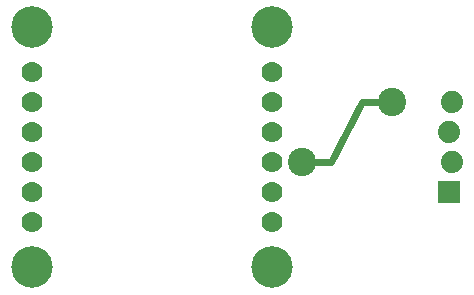
<source format=gtl>
G04 MADE WITH FRITZING*
G04 WWW.FRITZING.ORG*
G04 DOUBLE SIDED*
G04 HOLES PLATED*
G04 CONTOUR ON CENTER OF CONTOUR VECTOR*
%ASAXBY*%
%FSLAX23Y23*%
%MOIN*%
%OFA0B0*%
%SFA1.0B1.0*%
%ADD10C,0.138425*%
%ADD11C,0.070000*%
%ADD12C,0.074000*%
%ADD13C,0.094488*%
%ADD14C,0.024000*%
%ADD15R,0.001000X0.001000*%
%LNCOPPER1*%
G90*
G70*
G54D10*
X1298Y148D03*
X498Y148D03*
G54D11*
X1298Y298D03*
X1298Y398D03*
X1298Y498D03*
X1298Y598D03*
X1298Y698D03*
X1298Y798D03*
X498Y298D03*
X498Y398D03*
X498Y498D03*
G54D10*
X1298Y948D03*
G54D11*
X498Y598D03*
G54D10*
X498Y948D03*
G54D11*
X498Y698D03*
X498Y798D03*
G54D12*
X1888Y398D03*
X1898Y498D03*
X1888Y598D03*
X1898Y698D03*
X1888Y398D03*
X1898Y498D03*
X1888Y598D03*
X1898Y698D03*
G54D13*
X1698Y698D03*
X1398Y498D03*
G54D14*
X1496Y498D02*
X1599Y697D01*
D02*
X1599Y697D02*
X1671Y697D01*
D02*
X1425Y498D02*
X1496Y498D01*
G54D15*
X1851Y435D02*
X1924Y435D01*
X1851Y434D02*
X1924Y434D01*
X1851Y433D02*
X1924Y433D01*
X1851Y432D02*
X1924Y432D01*
X1851Y431D02*
X1924Y431D01*
X1851Y430D02*
X1924Y430D01*
X1851Y429D02*
X1924Y429D01*
X1851Y428D02*
X1924Y428D01*
X1851Y427D02*
X1924Y427D01*
X1851Y426D02*
X1924Y426D01*
X1851Y425D02*
X1924Y425D01*
X1851Y424D02*
X1924Y424D01*
X1851Y423D02*
X1924Y423D01*
X1851Y422D02*
X1924Y422D01*
X1851Y421D02*
X1924Y421D01*
X1851Y420D02*
X1924Y420D01*
X1851Y419D02*
X1924Y419D01*
X1851Y418D02*
X1882Y418D01*
X1893Y418D02*
X1924Y418D01*
X1851Y417D02*
X1879Y417D01*
X1896Y417D02*
X1924Y417D01*
X1851Y416D02*
X1877Y416D01*
X1898Y416D02*
X1924Y416D01*
X1851Y415D02*
X1875Y415D01*
X1899Y415D02*
X1924Y415D01*
X1851Y414D02*
X1874Y414D01*
X1901Y414D02*
X1924Y414D01*
X1851Y413D02*
X1873Y413D01*
X1902Y413D02*
X1924Y413D01*
X1851Y412D02*
X1872Y412D01*
X1903Y412D02*
X1924Y412D01*
X1851Y411D02*
X1871Y411D01*
X1903Y411D02*
X1924Y411D01*
X1851Y410D02*
X1870Y410D01*
X1904Y410D02*
X1924Y410D01*
X1851Y409D02*
X1870Y409D01*
X1905Y409D02*
X1924Y409D01*
X1851Y408D02*
X1869Y408D01*
X1905Y408D02*
X1924Y408D01*
X1851Y407D02*
X1869Y407D01*
X1906Y407D02*
X1924Y407D01*
X1851Y406D02*
X1868Y406D01*
X1906Y406D02*
X1924Y406D01*
X1851Y405D02*
X1868Y405D01*
X1907Y405D02*
X1924Y405D01*
X1851Y404D02*
X1868Y404D01*
X1907Y404D02*
X1924Y404D01*
X1851Y403D02*
X1867Y403D01*
X1907Y403D02*
X1924Y403D01*
X1851Y402D02*
X1867Y402D01*
X1907Y402D02*
X1924Y402D01*
X1851Y401D02*
X1867Y401D01*
X1908Y401D02*
X1924Y401D01*
X1851Y400D02*
X1867Y400D01*
X1908Y400D02*
X1924Y400D01*
X1851Y399D02*
X1867Y399D01*
X1908Y399D02*
X1924Y399D01*
X1851Y398D02*
X1867Y398D01*
X1908Y398D02*
X1924Y398D01*
X1851Y397D02*
X1867Y397D01*
X1908Y397D02*
X1924Y397D01*
X1851Y396D02*
X1867Y396D01*
X1907Y396D02*
X1924Y396D01*
X1851Y395D02*
X1867Y395D01*
X1907Y395D02*
X1924Y395D01*
X1851Y394D02*
X1867Y394D01*
X1907Y394D02*
X1924Y394D01*
X1851Y393D02*
X1868Y393D01*
X1907Y393D02*
X1924Y393D01*
X1851Y392D02*
X1868Y392D01*
X1906Y392D02*
X1924Y392D01*
X1851Y391D02*
X1868Y391D01*
X1906Y391D02*
X1924Y391D01*
X1851Y390D02*
X1869Y390D01*
X1906Y390D02*
X1924Y390D01*
X1851Y389D02*
X1869Y389D01*
X1905Y389D02*
X1924Y389D01*
X1851Y388D02*
X1870Y388D01*
X1905Y388D02*
X1924Y388D01*
X1851Y387D02*
X1871Y387D01*
X1904Y387D02*
X1924Y387D01*
X1851Y386D02*
X1871Y386D01*
X1903Y386D02*
X1924Y386D01*
X1851Y385D02*
X1872Y385D01*
X1902Y385D02*
X1924Y385D01*
X1851Y384D02*
X1873Y384D01*
X1901Y384D02*
X1924Y384D01*
X1851Y383D02*
X1875Y383D01*
X1900Y383D02*
X1924Y383D01*
X1851Y382D02*
X1876Y382D01*
X1899Y382D02*
X1924Y382D01*
X1851Y381D02*
X1878Y381D01*
X1897Y381D02*
X1924Y381D01*
X1851Y380D02*
X1880Y380D01*
X1894Y380D02*
X1924Y380D01*
X1851Y379D02*
X1884Y379D01*
X1890Y379D02*
X1924Y379D01*
X1851Y378D02*
X1924Y378D01*
X1851Y377D02*
X1924Y377D01*
X1851Y376D02*
X1924Y376D01*
X1851Y375D02*
X1924Y375D01*
X1851Y374D02*
X1924Y374D01*
X1851Y373D02*
X1924Y373D01*
X1851Y372D02*
X1924Y372D01*
X1851Y371D02*
X1924Y371D01*
X1851Y370D02*
X1924Y370D01*
X1851Y369D02*
X1924Y369D01*
X1851Y368D02*
X1924Y368D01*
X1851Y367D02*
X1924Y367D01*
X1851Y366D02*
X1924Y366D01*
X1851Y365D02*
X1924Y365D01*
X1851Y364D02*
X1924Y364D01*
X1851Y363D02*
X1924Y363D01*
X1851Y362D02*
X1924Y362D01*
D02*
G04 End of Copper1*
M02*
</source>
